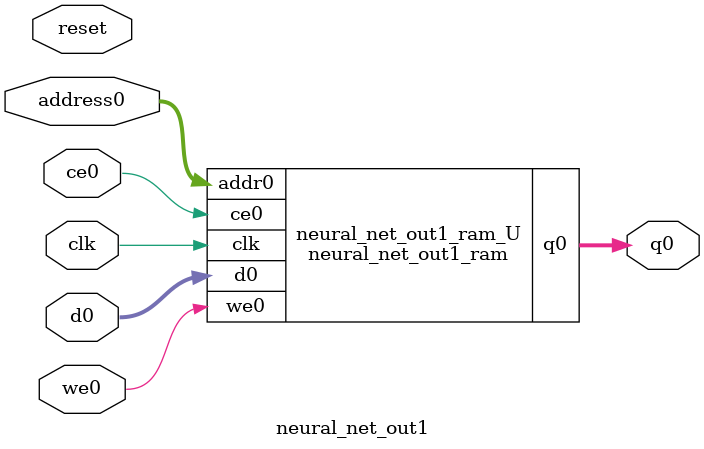
<source format=v>
`timescale 1 ns / 1 ps
module neural_net_out1_ram (addr0, ce0, d0, we0, q0,  clk);

parameter DWIDTH = 32;
parameter AWIDTH = 3;
parameter MEM_SIZE = 6;

input[AWIDTH-1:0] addr0;
input ce0;
input[DWIDTH-1:0] d0;
input we0;
output reg[DWIDTH-1:0] q0;
input clk;

(* ram_style = "distributed" *)reg [DWIDTH-1:0] ram[0:MEM_SIZE-1];




always @(posedge clk)  
begin 
    if (ce0) begin
        if (we0) 
            ram[addr0] <= d0; 
        q0 <= ram[addr0];
    end
end


endmodule

`timescale 1 ns / 1 ps
module neural_net_out1(
    reset,
    clk,
    address0,
    ce0,
    we0,
    d0,
    q0);

parameter DataWidth = 32'd32;
parameter AddressRange = 32'd6;
parameter AddressWidth = 32'd3;
input reset;
input clk;
input[AddressWidth - 1:0] address0;
input ce0;
input we0;
input[DataWidth - 1:0] d0;
output[DataWidth - 1:0] q0;



neural_net_out1_ram neural_net_out1_ram_U(
    .clk( clk ),
    .addr0( address0 ),
    .ce0( ce0 ),
    .we0( we0 ),
    .d0( d0 ),
    .q0( q0 ));

endmodule


</source>
